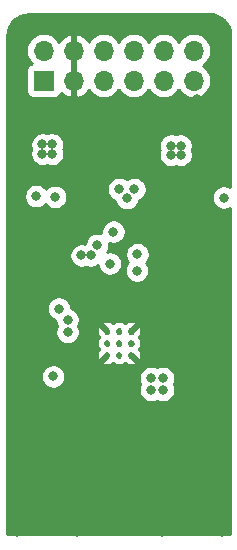
<source format=gbr>
G04 #@! TF.GenerationSoftware,KiCad,Pcbnew,5.1.2*
G04 #@! TF.CreationDate,2019-05-07T22:25:54+02:00*
G04 #@! TF.ProjectId,SX1257_pmod,53583132-3537-45f7-906d-6f642e6b6963,rev?*
G04 #@! TF.SameCoordinates,Original*
G04 #@! TF.FileFunction,Copper,L2,Inr*
G04 #@! TF.FilePolarity,Positive*
%FSLAX46Y46*%
G04 Gerber Fmt 4.6, Leading zero omitted, Abs format (unit mm)*
G04 Created by KiCad (PCBNEW 5.1.2) date 2019-05-07 22:25:54*
%MOMM*%
%LPD*%
G04 APERTURE LIST*
%ADD10O,1.700000X1.700000*%
%ADD11R,1.700000X1.700000*%
%ADD12C,0.500000*%
%ADD13C,0.800000*%
%ADD14C,0.254000*%
G04 APERTURE END LIST*
D10*
X130810000Y-26670000D03*
X130810000Y-29210000D03*
X128270000Y-26670000D03*
X128270000Y-29210000D03*
X125730000Y-26670000D03*
X125730000Y-29210000D03*
X123190000Y-26670000D03*
X123190000Y-29210000D03*
X120650000Y-26670000D03*
X120650000Y-29210000D03*
X118110000Y-26670000D03*
D11*
X118110000Y-29210000D03*
D12*
X123460000Y-50435000D03*
X124460000Y-50435000D03*
X125460000Y-50435000D03*
X123460000Y-51435000D03*
X124460000Y-51435000D03*
X125460000Y-51435000D03*
X123460000Y-52435000D03*
X124460000Y-52435000D03*
X125460000Y-52435000D03*
D13*
X130344547Y-39749810D03*
X115697000Y-47371000D03*
X123444000Y-58293000D03*
X115697000Y-57277000D03*
X133159500Y-67437000D03*
X133159500Y-66167000D03*
X133159500Y-63627000D03*
X133159500Y-64897000D03*
X128079500Y-67437000D03*
X128079500Y-66167000D03*
X128079500Y-64897000D03*
X128079500Y-63627000D03*
X115824000Y-66167000D03*
X115824000Y-63627000D03*
X115824000Y-67437000D03*
X115824000Y-64897000D03*
X119634000Y-46736000D03*
X119634000Y-45212000D03*
X120904000Y-66167000D03*
X120904000Y-63627000D03*
X120904000Y-67437000D03*
X120904000Y-64897000D03*
X129540000Y-30734000D03*
X131064000Y-30734000D03*
X115697000Y-43180000D03*
X119400000Y-40999996D03*
X118700000Y-41650000D03*
X118900000Y-55800000D03*
X129335233Y-49889663D03*
X132300000Y-54400000D03*
X132300000Y-55800000D03*
X132300000Y-57300000D03*
X132300000Y-48800000D03*
X132800000Y-47300000D03*
X132800000Y-51700000D03*
X133350000Y-39116000D03*
X119061456Y-39040990D03*
X121300000Y-44000000D03*
X122100000Y-44000000D03*
X118000000Y-34600000D03*
X118800000Y-34600000D03*
X118800000Y-35400000D03*
X118000000Y-35400000D03*
X128900000Y-35500000D03*
X129700000Y-35500000D03*
X128900000Y-34700000D03*
X129700000Y-34700000D03*
X118900000Y-54250000D03*
X128200000Y-54400000D03*
X128200000Y-55400000D03*
X127200000Y-55400000D03*
X127200000Y-54400000D03*
X120130015Y-50508334D03*
X125784321Y-38389560D03*
X125150000Y-39149998D03*
X120125090Y-49450000D03*
X119380000Y-48514000D03*
X117475000Y-38988996D03*
X124000000Y-42000000D03*
X124491948Y-38388429D03*
X126000000Y-45300000D03*
X122639299Y-43114988D03*
X126029700Y-43900000D03*
X123700000Y-44700000D03*
D14*
G36*
X132434785Y-23608191D02*
G01*
X132776060Y-23711228D01*
X133090822Y-23878590D01*
X133367083Y-24103903D01*
X133594317Y-24378582D01*
X133763870Y-24692164D01*
X133869286Y-25032708D01*
X133910001Y-25420082D01*
X133910001Y-38245397D01*
X133840256Y-38198795D01*
X133651898Y-38120774D01*
X133451939Y-38081000D01*
X133248061Y-38081000D01*
X133048102Y-38120774D01*
X132859744Y-38198795D01*
X132690226Y-38312063D01*
X132546063Y-38456226D01*
X132432795Y-38625744D01*
X132354774Y-38814102D01*
X132315000Y-39014061D01*
X132315000Y-39217939D01*
X132354774Y-39417898D01*
X132432795Y-39606256D01*
X132546063Y-39775774D01*
X132690226Y-39919937D01*
X132859744Y-40033205D01*
X133048102Y-40111226D01*
X133248061Y-40151000D01*
X133451939Y-40151000D01*
X133651898Y-40111226D01*
X133840256Y-40033205D01*
X133910001Y-39986603D01*
X133910000Y-67616000D01*
X115010000Y-67616000D01*
X115010000Y-54148061D01*
X117865000Y-54148061D01*
X117865000Y-54351939D01*
X117904774Y-54551898D01*
X117982795Y-54740256D01*
X118096063Y-54909774D01*
X118240226Y-55053937D01*
X118409744Y-55167205D01*
X118598102Y-55245226D01*
X118798061Y-55285000D01*
X119001939Y-55285000D01*
X119201898Y-55245226D01*
X119390256Y-55167205D01*
X119559774Y-55053937D01*
X119703937Y-54909774D01*
X119817205Y-54740256D01*
X119895226Y-54551898D01*
X119935000Y-54351939D01*
X119935000Y-54298061D01*
X126165000Y-54298061D01*
X126165000Y-54501939D01*
X126204774Y-54701898D01*
X126282795Y-54890256D01*
X126289306Y-54900000D01*
X126282795Y-54909744D01*
X126204774Y-55098102D01*
X126165000Y-55298061D01*
X126165000Y-55501939D01*
X126204774Y-55701898D01*
X126282795Y-55890256D01*
X126396063Y-56059774D01*
X126540226Y-56203937D01*
X126709744Y-56317205D01*
X126898102Y-56395226D01*
X127098061Y-56435000D01*
X127301939Y-56435000D01*
X127501898Y-56395226D01*
X127690256Y-56317205D01*
X127700000Y-56310694D01*
X127709744Y-56317205D01*
X127898102Y-56395226D01*
X128098061Y-56435000D01*
X128301939Y-56435000D01*
X128501898Y-56395226D01*
X128690256Y-56317205D01*
X128859774Y-56203937D01*
X129003937Y-56059774D01*
X129117205Y-55890256D01*
X129195226Y-55701898D01*
X129235000Y-55501939D01*
X129235000Y-55298061D01*
X129195226Y-55098102D01*
X129117205Y-54909744D01*
X129110694Y-54900000D01*
X129117205Y-54890256D01*
X129195226Y-54701898D01*
X129235000Y-54501939D01*
X129235000Y-54298061D01*
X129195226Y-54098102D01*
X129117205Y-53909744D01*
X129003937Y-53740226D01*
X128859774Y-53596063D01*
X128690256Y-53482795D01*
X128501898Y-53404774D01*
X128301939Y-53365000D01*
X128098061Y-53365000D01*
X127898102Y-53404774D01*
X127709744Y-53482795D01*
X127700000Y-53489306D01*
X127690256Y-53482795D01*
X127501898Y-53404774D01*
X127301939Y-53365000D01*
X127098061Y-53365000D01*
X126898102Y-53404774D01*
X126709744Y-53482795D01*
X126540226Y-53596063D01*
X126396063Y-53740226D01*
X126282795Y-53909744D01*
X126204774Y-54098102D01*
X126165000Y-54298061D01*
X119935000Y-54298061D01*
X119935000Y-54148061D01*
X119895226Y-53948102D01*
X119817205Y-53759744D01*
X119703937Y-53590226D01*
X119559774Y-53446063D01*
X119390256Y-53332795D01*
X119201898Y-53254774D01*
X119001939Y-53215000D01*
X118798061Y-53215000D01*
X118598102Y-53254774D01*
X118409744Y-53332795D01*
X118240226Y-53446063D01*
X118096063Y-53590226D01*
X117982795Y-53759744D01*
X117904774Y-53948102D01*
X117865000Y-54148061D01*
X115010000Y-54148061D01*
X115010000Y-48412061D01*
X118345000Y-48412061D01*
X118345000Y-48615939D01*
X118384774Y-48815898D01*
X118462795Y-49004256D01*
X118576063Y-49173774D01*
X118720226Y-49317937D01*
X118889744Y-49431205D01*
X119078102Y-49509226D01*
X119090090Y-49511611D01*
X119090090Y-49551939D01*
X119129864Y-49751898D01*
X119207885Y-49940256D01*
X119236347Y-49982852D01*
X119212810Y-50018078D01*
X119134789Y-50206436D01*
X119095015Y-50406395D01*
X119095015Y-50610273D01*
X119134789Y-50810232D01*
X119212810Y-50998590D01*
X119326078Y-51168108D01*
X119470241Y-51312271D01*
X119639759Y-51425539D01*
X119828117Y-51503560D01*
X120028076Y-51543334D01*
X120231954Y-51543334D01*
X120431913Y-51503560D01*
X120620271Y-51425539D01*
X120789789Y-51312271D01*
X120933952Y-51168108D01*
X121047220Y-50998590D01*
X121125241Y-50810232D01*
X121165015Y-50610273D01*
X121165015Y-50406395D01*
X121153599Y-50348998D01*
X122574887Y-50348998D01*
X122575116Y-50523328D01*
X122609351Y-50694264D01*
X122675173Y-50853174D01*
X122782755Y-50855479D01*
X122741813Y-50896421D01*
X122780392Y-50935000D01*
X122741813Y-50973579D01*
X122782755Y-51014521D01*
X122675173Y-51016826D01*
X122608672Y-51177974D01*
X122574887Y-51348998D01*
X122575116Y-51523328D01*
X122609351Y-51694264D01*
X122675173Y-51853174D01*
X122782755Y-51855479D01*
X122741813Y-51896421D01*
X122780392Y-51935000D01*
X122741813Y-51973579D01*
X122782755Y-52014521D01*
X122675173Y-52016826D01*
X122608672Y-52177974D01*
X122574887Y-52348998D01*
X122575116Y-52523328D01*
X122609351Y-52694264D01*
X122675173Y-52853174D01*
X122863836Y-52857216D01*
X123286052Y-52435000D01*
X123269081Y-52418029D01*
X123368152Y-52318958D01*
X123373998Y-52320113D01*
X123548328Y-52319884D01*
X123552032Y-52319142D01*
X123576042Y-52343152D01*
X123574887Y-52348998D01*
X123575116Y-52523328D01*
X123575858Y-52527032D01*
X123476971Y-52625919D01*
X123460000Y-52608948D01*
X123037784Y-53031164D01*
X123041826Y-53219827D01*
X123202974Y-53286328D01*
X123373998Y-53320113D01*
X123548328Y-53319884D01*
X123719264Y-53285649D01*
X123878174Y-53219827D01*
X123880479Y-53112245D01*
X123921421Y-53153187D01*
X123960000Y-53114608D01*
X123998579Y-53153187D01*
X124039521Y-53112245D01*
X124041826Y-53219827D01*
X124202974Y-53286328D01*
X124373998Y-53320113D01*
X124548328Y-53319884D01*
X124719264Y-53285649D01*
X124878174Y-53219827D01*
X124880479Y-53112245D01*
X124921421Y-53153187D01*
X124960000Y-53114608D01*
X124998579Y-53153187D01*
X125039521Y-53112245D01*
X125041826Y-53219827D01*
X125202974Y-53286328D01*
X125373998Y-53320113D01*
X125548328Y-53319884D01*
X125719264Y-53285649D01*
X125878174Y-53219827D01*
X125882216Y-53031164D01*
X125460000Y-52608948D01*
X125443029Y-52625919D01*
X125343958Y-52526848D01*
X125345113Y-52521002D01*
X125344884Y-52346672D01*
X125344142Y-52342968D01*
X125368152Y-52318958D01*
X125373998Y-52320113D01*
X125548328Y-52319884D01*
X125552032Y-52319142D01*
X125650919Y-52418029D01*
X125633948Y-52435000D01*
X126056164Y-52857216D01*
X126244827Y-52853174D01*
X126311328Y-52692026D01*
X126345113Y-52521002D01*
X126344884Y-52346672D01*
X126310649Y-52175736D01*
X126244827Y-52016826D01*
X126137245Y-52014521D01*
X126178187Y-51973579D01*
X126139608Y-51935000D01*
X126178187Y-51896421D01*
X126137245Y-51855479D01*
X126244827Y-51853174D01*
X126311328Y-51692026D01*
X126345113Y-51521002D01*
X126344884Y-51346672D01*
X126310649Y-51175736D01*
X126244827Y-51016826D01*
X126137245Y-51014521D01*
X126178187Y-50973579D01*
X126139608Y-50935000D01*
X126178187Y-50896421D01*
X126137245Y-50855479D01*
X126244827Y-50853174D01*
X126311328Y-50692026D01*
X126345113Y-50521002D01*
X126344884Y-50346672D01*
X126310649Y-50175736D01*
X126244827Y-50016826D01*
X126056164Y-50012784D01*
X125633948Y-50435000D01*
X125650919Y-50451971D01*
X125551848Y-50551042D01*
X125546002Y-50549887D01*
X125371672Y-50550116D01*
X125367968Y-50550858D01*
X125343958Y-50526848D01*
X125345113Y-50521002D01*
X125344884Y-50346672D01*
X125344142Y-50342968D01*
X125443029Y-50244081D01*
X125460000Y-50261052D01*
X125882216Y-49838836D01*
X125878174Y-49650173D01*
X125717026Y-49583672D01*
X125546002Y-49549887D01*
X125371672Y-49550116D01*
X125200736Y-49584351D01*
X125041826Y-49650173D01*
X125039521Y-49757755D01*
X124998579Y-49716813D01*
X124960000Y-49755392D01*
X124921421Y-49716813D01*
X124880479Y-49757755D01*
X124878174Y-49650173D01*
X124717026Y-49583672D01*
X124546002Y-49549887D01*
X124371672Y-49550116D01*
X124200736Y-49584351D01*
X124041826Y-49650173D01*
X124039521Y-49757755D01*
X123998579Y-49716813D01*
X123960000Y-49755392D01*
X123921421Y-49716813D01*
X123880479Y-49757755D01*
X123878174Y-49650173D01*
X123717026Y-49583672D01*
X123546002Y-49549887D01*
X123371672Y-49550116D01*
X123200736Y-49584351D01*
X123041826Y-49650173D01*
X123037784Y-49838836D01*
X123460000Y-50261052D01*
X123476971Y-50244081D01*
X123576042Y-50343152D01*
X123574887Y-50348998D01*
X123575116Y-50523328D01*
X123575858Y-50527032D01*
X123551848Y-50551042D01*
X123546002Y-50549887D01*
X123371672Y-50550116D01*
X123367968Y-50550858D01*
X123269081Y-50451971D01*
X123286052Y-50435000D01*
X122863836Y-50012784D01*
X122675173Y-50016826D01*
X122608672Y-50177974D01*
X122574887Y-50348998D01*
X121153599Y-50348998D01*
X121125241Y-50206436D01*
X121047220Y-50018078D01*
X121018758Y-49975482D01*
X121042295Y-49940256D01*
X121120316Y-49751898D01*
X121160090Y-49551939D01*
X121160090Y-49348061D01*
X121120316Y-49148102D01*
X121042295Y-48959744D01*
X120929027Y-48790226D01*
X120784864Y-48646063D01*
X120615346Y-48532795D01*
X120426988Y-48454774D01*
X120415000Y-48452389D01*
X120415000Y-48412061D01*
X120375226Y-48212102D01*
X120297205Y-48023744D01*
X120183937Y-47854226D01*
X120039774Y-47710063D01*
X119870256Y-47596795D01*
X119681898Y-47518774D01*
X119481939Y-47479000D01*
X119278061Y-47479000D01*
X119078102Y-47518774D01*
X118889744Y-47596795D01*
X118720226Y-47710063D01*
X118576063Y-47854226D01*
X118462795Y-48023744D01*
X118384774Y-48212102D01*
X118345000Y-48412061D01*
X115010000Y-48412061D01*
X115010000Y-43898061D01*
X120265000Y-43898061D01*
X120265000Y-44101939D01*
X120304774Y-44301898D01*
X120382795Y-44490256D01*
X120496063Y-44659774D01*
X120640226Y-44803937D01*
X120809744Y-44917205D01*
X120998102Y-44995226D01*
X121198061Y-45035000D01*
X121401939Y-45035000D01*
X121601898Y-44995226D01*
X121700000Y-44954591D01*
X121798102Y-44995226D01*
X121998061Y-45035000D01*
X122201939Y-45035000D01*
X122401898Y-44995226D01*
X122590256Y-44917205D01*
X122676469Y-44859599D01*
X122704774Y-45001898D01*
X122782795Y-45190256D01*
X122896063Y-45359774D01*
X123040226Y-45503937D01*
X123209744Y-45617205D01*
X123398102Y-45695226D01*
X123598061Y-45735000D01*
X123801939Y-45735000D01*
X124001898Y-45695226D01*
X124190256Y-45617205D01*
X124359774Y-45503937D01*
X124503937Y-45359774D01*
X124611989Y-45198061D01*
X124965000Y-45198061D01*
X124965000Y-45401939D01*
X125004774Y-45601898D01*
X125082795Y-45790256D01*
X125196063Y-45959774D01*
X125340226Y-46103937D01*
X125509744Y-46217205D01*
X125698102Y-46295226D01*
X125898061Y-46335000D01*
X126101939Y-46335000D01*
X126301898Y-46295226D01*
X126490256Y-46217205D01*
X126659774Y-46103937D01*
X126803937Y-45959774D01*
X126917205Y-45790256D01*
X126995226Y-45601898D01*
X127035000Y-45401939D01*
X127035000Y-45198061D01*
X126995226Y-44998102D01*
X126917205Y-44809744D01*
X126803937Y-44640226D01*
X126778561Y-44614850D01*
X126833637Y-44559774D01*
X126946905Y-44390256D01*
X127024926Y-44201898D01*
X127064700Y-44001939D01*
X127064700Y-43798061D01*
X127024926Y-43598102D01*
X126946905Y-43409744D01*
X126833637Y-43240226D01*
X126689474Y-43096063D01*
X126519956Y-42982795D01*
X126331598Y-42904774D01*
X126131639Y-42865000D01*
X125927761Y-42865000D01*
X125727802Y-42904774D01*
X125539444Y-42982795D01*
X125369926Y-43096063D01*
X125225763Y-43240226D01*
X125112495Y-43409744D01*
X125034474Y-43598102D01*
X124994700Y-43798061D01*
X124994700Y-44001939D01*
X125034474Y-44201898D01*
X125112495Y-44390256D01*
X125225763Y-44559774D01*
X125251139Y-44585150D01*
X125196063Y-44640226D01*
X125082795Y-44809744D01*
X125004774Y-44998102D01*
X124965000Y-45198061D01*
X124611989Y-45198061D01*
X124617205Y-45190256D01*
X124695226Y-45001898D01*
X124735000Y-44801939D01*
X124735000Y-44598061D01*
X124695226Y-44398102D01*
X124617205Y-44209744D01*
X124503937Y-44040226D01*
X124359774Y-43896063D01*
X124190256Y-43782795D01*
X124001898Y-43704774D01*
X123801939Y-43665000D01*
X123598061Y-43665000D01*
X123504087Y-43683693D01*
X123556504Y-43605244D01*
X123634525Y-43416886D01*
X123674299Y-43216927D01*
X123674299Y-43013049D01*
X123668298Y-42982881D01*
X123698102Y-42995226D01*
X123898061Y-43035000D01*
X124101939Y-43035000D01*
X124301898Y-42995226D01*
X124490256Y-42917205D01*
X124659774Y-42803937D01*
X124803937Y-42659774D01*
X124917205Y-42490256D01*
X124995226Y-42301898D01*
X125035000Y-42101939D01*
X125035000Y-41898061D01*
X124995226Y-41698102D01*
X124917205Y-41509744D01*
X124803937Y-41340226D01*
X124659774Y-41196063D01*
X124490256Y-41082795D01*
X124301898Y-41004774D01*
X124101939Y-40965000D01*
X123898061Y-40965000D01*
X123698102Y-41004774D01*
X123509744Y-41082795D01*
X123340226Y-41196063D01*
X123196063Y-41340226D01*
X123082795Y-41509744D01*
X123004774Y-41698102D01*
X122965000Y-41898061D01*
X122965000Y-42101939D01*
X122971001Y-42132107D01*
X122941197Y-42119762D01*
X122741238Y-42079988D01*
X122537360Y-42079988D01*
X122337401Y-42119762D01*
X122149043Y-42197783D01*
X121979525Y-42311051D01*
X121835362Y-42455214D01*
X121722094Y-42624732D01*
X121644073Y-42813090D01*
X121605637Y-43006323D01*
X121601898Y-43004774D01*
X121401939Y-42965000D01*
X121198061Y-42965000D01*
X120998102Y-43004774D01*
X120809744Y-43082795D01*
X120640226Y-43196063D01*
X120496063Y-43340226D01*
X120382795Y-43509744D01*
X120304774Y-43698102D01*
X120265000Y-43898061D01*
X115010000Y-43898061D01*
X115010000Y-38887057D01*
X116440000Y-38887057D01*
X116440000Y-39090935D01*
X116479774Y-39290894D01*
X116557795Y-39479252D01*
X116671063Y-39648770D01*
X116815226Y-39792933D01*
X116984744Y-39906201D01*
X117173102Y-39984222D01*
X117373061Y-40023996D01*
X117576939Y-40023996D01*
X117776898Y-39984222D01*
X117965256Y-39906201D01*
X118134774Y-39792933D01*
X118245272Y-39682435D01*
X118257519Y-39700764D01*
X118401682Y-39844927D01*
X118571200Y-39958195D01*
X118759558Y-40036216D01*
X118959517Y-40075990D01*
X119163395Y-40075990D01*
X119363354Y-40036216D01*
X119551712Y-39958195D01*
X119721230Y-39844927D01*
X119865393Y-39700764D01*
X119978661Y-39531246D01*
X120056682Y-39342888D01*
X120096456Y-39142929D01*
X120096456Y-38939051D01*
X120056682Y-38739092D01*
X119978661Y-38550734D01*
X119865393Y-38381216D01*
X119770667Y-38286490D01*
X123456948Y-38286490D01*
X123456948Y-38490368D01*
X123496722Y-38690327D01*
X123574743Y-38878685D01*
X123688011Y-39048203D01*
X123832174Y-39192366D01*
X124001692Y-39305634D01*
X124136814Y-39361604D01*
X124154774Y-39451896D01*
X124232795Y-39640254D01*
X124346063Y-39809772D01*
X124490226Y-39953935D01*
X124659744Y-40067203D01*
X124848102Y-40145224D01*
X125048061Y-40184998D01*
X125251939Y-40184998D01*
X125451898Y-40145224D01*
X125640256Y-40067203D01*
X125809774Y-39953935D01*
X125953937Y-39809772D01*
X126067205Y-39640254D01*
X126145226Y-39451896D01*
X126165072Y-39352124D01*
X126274577Y-39306765D01*
X126444095Y-39193497D01*
X126588258Y-39049334D01*
X126701526Y-38879816D01*
X126779547Y-38691458D01*
X126819321Y-38491499D01*
X126819321Y-38287621D01*
X126779547Y-38087662D01*
X126701526Y-37899304D01*
X126588258Y-37729786D01*
X126444095Y-37585623D01*
X126274577Y-37472355D01*
X126086219Y-37394334D01*
X125886260Y-37354560D01*
X125682382Y-37354560D01*
X125482423Y-37394334D01*
X125294065Y-37472355D01*
X125138981Y-37575979D01*
X124982204Y-37471224D01*
X124793846Y-37393203D01*
X124593887Y-37353429D01*
X124390009Y-37353429D01*
X124190050Y-37393203D01*
X124001692Y-37471224D01*
X123832174Y-37584492D01*
X123688011Y-37728655D01*
X123574743Y-37898173D01*
X123496722Y-38086531D01*
X123456948Y-38286490D01*
X119770667Y-38286490D01*
X119721230Y-38237053D01*
X119551712Y-38123785D01*
X119363354Y-38045764D01*
X119163395Y-38005990D01*
X118959517Y-38005990D01*
X118759558Y-38045764D01*
X118571200Y-38123785D01*
X118401682Y-38237053D01*
X118291184Y-38347551D01*
X118278937Y-38329222D01*
X118134774Y-38185059D01*
X117965256Y-38071791D01*
X117776898Y-37993770D01*
X117576939Y-37953996D01*
X117373061Y-37953996D01*
X117173102Y-37993770D01*
X116984744Y-38071791D01*
X116815226Y-38185059D01*
X116671063Y-38329222D01*
X116557795Y-38498740D01*
X116479774Y-38687098D01*
X116440000Y-38887057D01*
X115010000Y-38887057D01*
X115010000Y-34498061D01*
X116965000Y-34498061D01*
X116965000Y-34701939D01*
X117004774Y-34901898D01*
X117045409Y-35000000D01*
X117004774Y-35098102D01*
X116965000Y-35298061D01*
X116965000Y-35501939D01*
X117004774Y-35701898D01*
X117082795Y-35890256D01*
X117196063Y-36059774D01*
X117340226Y-36203937D01*
X117509744Y-36317205D01*
X117698102Y-36395226D01*
X117898061Y-36435000D01*
X118101939Y-36435000D01*
X118301898Y-36395226D01*
X118400000Y-36354591D01*
X118498102Y-36395226D01*
X118698061Y-36435000D01*
X118901939Y-36435000D01*
X119101898Y-36395226D01*
X119290256Y-36317205D01*
X119459774Y-36203937D01*
X119603937Y-36059774D01*
X119717205Y-35890256D01*
X119795226Y-35701898D01*
X119835000Y-35501939D01*
X119835000Y-35298061D01*
X119795226Y-35098102D01*
X119754591Y-35000000D01*
X119795226Y-34901898D01*
X119835000Y-34701939D01*
X119835000Y-34598061D01*
X127865000Y-34598061D01*
X127865000Y-34801939D01*
X127904774Y-35001898D01*
X127945409Y-35100000D01*
X127904774Y-35198102D01*
X127865000Y-35398061D01*
X127865000Y-35601939D01*
X127904774Y-35801898D01*
X127982795Y-35990256D01*
X128096063Y-36159774D01*
X128240226Y-36303937D01*
X128409744Y-36417205D01*
X128598102Y-36495226D01*
X128798061Y-36535000D01*
X129001939Y-36535000D01*
X129201898Y-36495226D01*
X129300000Y-36454591D01*
X129398102Y-36495226D01*
X129598061Y-36535000D01*
X129801939Y-36535000D01*
X130001898Y-36495226D01*
X130190256Y-36417205D01*
X130359774Y-36303937D01*
X130503937Y-36159774D01*
X130617205Y-35990256D01*
X130695226Y-35801898D01*
X130735000Y-35601939D01*
X130735000Y-35398061D01*
X130695226Y-35198102D01*
X130654591Y-35100000D01*
X130695226Y-35001898D01*
X130735000Y-34801939D01*
X130735000Y-34598061D01*
X130695226Y-34398102D01*
X130617205Y-34209744D01*
X130503937Y-34040226D01*
X130359774Y-33896063D01*
X130190256Y-33782795D01*
X130001898Y-33704774D01*
X129801939Y-33665000D01*
X129598061Y-33665000D01*
X129398102Y-33704774D01*
X129300000Y-33745409D01*
X129201898Y-33704774D01*
X129001939Y-33665000D01*
X128798061Y-33665000D01*
X128598102Y-33704774D01*
X128409744Y-33782795D01*
X128240226Y-33896063D01*
X128096063Y-34040226D01*
X127982795Y-34209744D01*
X127904774Y-34398102D01*
X127865000Y-34598061D01*
X119835000Y-34598061D01*
X119835000Y-34498061D01*
X119795226Y-34298102D01*
X119717205Y-34109744D01*
X119603937Y-33940226D01*
X119459774Y-33796063D01*
X119290256Y-33682795D01*
X119101898Y-33604774D01*
X118901939Y-33565000D01*
X118698061Y-33565000D01*
X118498102Y-33604774D01*
X118400000Y-33645409D01*
X118301898Y-33604774D01*
X118101939Y-33565000D01*
X117898061Y-33565000D01*
X117698102Y-33604774D01*
X117509744Y-33682795D01*
X117340226Y-33796063D01*
X117196063Y-33940226D01*
X117082795Y-34109744D01*
X117004774Y-34298102D01*
X116965000Y-34498061D01*
X115010000Y-34498061D01*
X115010000Y-26670000D01*
X116617815Y-26670000D01*
X116646487Y-26961111D01*
X116731401Y-27241034D01*
X116869294Y-27499014D01*
X117054866Y-27725134D01*
X117084687Y-27749607D01*
X117015820Y-27770498D01*
X116905506Y-27829463D01*
X116808815Y-27908815D01*
X116729463Y-28005506D01*
X116670498Y-28115820D01*
X116634188Y-28235518D01*
X116621928Y-28360000D01*
X116621928Y-30060000D01*
X116634188Y-30184482D01*
X116670498Y-30304180D01*
X116729463Y-30414494D01*
X116808815Y-30511185D01*
X116905506Y-30590537D01*
X117015820Y-30649502D01*
X117135518Y-30685812D01*
X117260000Y-30698072D01*
X118960000Y-30698072D01*
X119084482Y-30685812D01*
X119204180Y-30649502D01*
X119314494Y-30590537D01*
X119411185Y-30511185D01*
X119490537Y-30414494D01*
X119549502Y-30304180D01*
X119573966Y-30223534D01*
X119649731Y-30307588D01*
X119883080Y-30481641D01*
X120145901Y-30606825D01*
X120293110Y-30651476D01*
X120523000Y-30530155D01*
X120523000Y-29337000D01*
X120503000Y-29337000D01*
X120503000Y-29083000D01*
X120523000Y-29083000D01*
X120523000Y-26797000D01*
X120503000Y-26797000D01*
X120503000Y-26543000D01*
X120523000Y-26543000D01*
X120523000Y-25349845D01*
X120777000Y-25349845D01*
X120777000Y-26543000D01*
X120797000Y-26543000D01*
X120797000Y-26797000D01*
X120777000Y-26797000D01*
X120777000Y-29083000D01*
X120797000Y-29083000D01*
X120797000Y-29337000D01*
X120777000Y-29337000D01*
X120777000Y-30530155D01*
X121006890Y-30651476D01*
X121154099Y-30606825D01*
X121416920Y-30481641D01*
X121650269Y-30307588D01*
X121845178Y-30091355D01*
X121914799Y-29974477D01*
X121949294Y-30039014D01*
X122134866Y-30265134D01*
X122360986Y-30450706D01*
X122618966Y-30588599D01*
X122898889Y-30673513D01*
X123117050Y-30695000D01*
X123262950Y-30695000D01*
X123481111Y-30673513D01*
X123761034Y-30588599D01*
X124019014Y-30450706D01*
X124245134Y-30265134D01*
X124430706Y-30039014D01*
X124460000Y-29984209D01*
X124489294Y-30039014D01*
X124674866Y-30265134D01*
X124900986Y-30450706D01*
X125158966Y-30588599D01*
X125438889Y-30673513D01*
X125657050Y-30695000D01*
X125802950Y-30695000D01*
X126021111Y-30673513D01*
X126301034Y-30588599D01*
X126559014Y-30450706D01*
X126785134Y-30265134D01*
X126970706Y-30039014D01*
X127000000Y-29984209D01*
X127029294Y-30039014D01*
X127214866Y-30265134D01*
X127440986Y-30450706D01*
X127698966Y-30588599D01*
X127978889Y-30673513D01*
X128197050Y-30695000D01*
X128342950Y-30695000D01*
X128561111Y-30673513D01*
X128841034Y-30588599D01*
X129099014Y-30450706D01*
X129325134Y-30265134D01*
X129510706Y-30039014D01*
X129540000Y-29984209D01*
X129569294Y-30039014D01*
X129754866Y-30265134D01*
X129980986Y-30450706D01*
X130238966Y-30588599D01*
X130518889Y-30673513D01*
X130737050Y-30695000D01*
X130882950Y-30695000D01*
X131101111Y-30673513D01*
X131381034Y-30588599D01*
X131639014Y-30450706D01*
X131865134Y-30265134D01*
X132050706Y-30039014D01*
X132188599Y-29781034D01*
X132273513Y-29501111D01*
X132302185Y-29210000D01*
X132273513Y-28918889D01*
X132188599Y-28638966D01*
X132050706Y-28380986D01*
X131865134Y-28154866D01*
X131639014Y-27969294D01*
X131584209Y-27940000D01*
X131639014Y-27910706D01*
X131865134Y-27725134D01*
X132050706Y-27499014D01*
X132188599Y-27241034D01*
X132273513Y-26961111D01*
X132302185Y-26670000D01*
X132273513Y-26378889D01*
X132188599Y-26098966D01*
X132050706Y-25840986D01*
X131865134Y-25614866D01*
X131639014Y-25429294D01*
X131381034Y-25291401D01*
X131101111Y-25206487D01*
X130882950Y-25185000D01*
X130737050Y-25185000D01*
X130518889Y-25206487D01*
X130238966Y-25291401D01*
X129980986Y-25429294D01*
X129754866Y-25614866D01*
X129569294Y-25840986D01*
X129540000Y-25895791D01*
X129510706Y-25840986D01*
X129325134Y-25614866D01*
X129099014Y-25429294D01*
X128841034Y-25291401D01*
X128561111Y-25206487D01*
X128342950Y-25185000D01*
X128197050Y-25185000D01*
X127978889Y-25206487D01*
X127698966Y-25291401D01*
X127440986Y-25429294D01*
X127214866Y-25614866D01*
X127029294Y-25840986D01*
X127000000Y-25895791D01*
X126970706Y-25840986D01*
X126785134Y-25614866D01*
X126559014Y-25429294D01*
X126301034Y-25291401D01*
X126021111Y-25206487D01*
X125802950Y-25185000D01*
X125657050Y-25185000D01*
X125438889Y-25206487D01*
X125158966Y-25291401D01*
X124900986Y-25429294D01*
X124674866Y-25614866D01*
X124489294Y-25840986D01*
X124460000Y-25895791D01*
X124430706Y-25840986D01*
X124245134Y-25614866D01*
X124019014Y-25429294D01*
X123761034Y-25291401D01*
X123481111Y-25206487D01*
X123262950Y-25185000D01*
X123117050Y-25185000D01*
X122898889Y-25206487D01*
X122618966Y-25291401D01*
X122360986Y-25429294D01*
X122134866Y-25614866D01*
X121949294Y-25840986D01*
X121914799Y-25905523D01*
X121845178Y-25788645D01*
X121650269Y-25572412D01*
X121416920Y-25398359D01*
X121154099Y-25273175D01*
X121006890Y-25228524D01*
X120777000Y-25349845D01*
X120523000Y-25349845D01*
X120293110Y-25228524D01*
X120145901Y-25273175D01*
X119883080Y-25398359D01*
X119649731Y-25572412D01*
X119454822Y-25788645D01*
X119385201Y-25905523D01*
X119350706Y-25840986D01*
X119165134Y-25614866D01*
X118939014Y-25429294D01*
X118681034Y-25291401D01*
X118401111Y-25206487D01*
X118182950Y-25185000D01*
X118037050Y-25185000D01*
X117818889Y-25206487D01*
X117538966Y-25291401D01*
X117280986Y-25429294D01*
X117054866Y-25614866D01*
X116869294Y-25840986D01*
X116731401Y-26098966D01*
X116646487Y-26378889D01*
X116617815Y-26670000D01*
X115010000Y-26670000D01*
X115010000Y-25434720D01*
X115048191Y-25045215D01*
X115151228Y-24703940D01*
X115318590Y-24389178D01*
X115543903Y-24112917D01*
X115818582Y-23885683D01*
X116132164Y-23716130D01*
X116472708Y-23610714D01*
X116860072Y-23570000D01*
X132045280Y-23570000D01*
X132434785Y-23608191D01*
X132434785Y-23608191D01*
G37*
X132434785Y-23608191D02*
X132776060Y-23711228D01*
X133090822Y-23878590D01*
X133367083Y-24103903D01*
X133594317Y-24378582D01*
X133763870Y-24692164D01*
X133869286Y-25032708D01*
X133910001Y-25420082D01*
X133910001Y-38245397D01*
X133840256Y-38198795D01*
X133651898Y-38120774D01*
X133451939Y-38081000D01*
X133248061Y-38081000D01*
X133048102Y-38120774D01*
X132859744Y-38198795D01*
X132690226Y-38312063D01*
X132546063Y-38456226D01*
X132432795Y-38625744D01*
X132354774Y-38814102D01*
X132315000Y-39014061D01*
X132315000Y-39217939D01*
X132354774Y-39417898D01*
X132432795Y-39606256D01*
X132546063Y-39775774D01*
X132690226Y-39919937D01*
X132859744Y-40033205D01*
X133048102Y-40111226D01*
X133248061Y-40151000D01*
X133451939Y-40151000D01*
X133651898Y-40111226D01*
X133840256Y-40033205D01*
X133910001Y-39986603D01*
X133910000Y-67616000D01*
X115010000Y-67616000D01*
X115010000Y-54148061D01*
X117865000Y-54148061D01*
X117865000Y-54351939D01*
X117904774Y-54551898D01*
X117982795Y-54740256D01*
X118096063Y-54909774D01*
X118240226Y-55053937D01*
X118409744Y-55167205D01*
X118598102Y-55245226D01*
X118798061Y-55285000D01*
X119001939Y-55285000D01*
X119201898Y-55245226D01*
X119390256Y-55167205D01*
X119559774Y-55053937D01*
X119703937Y-54909774D01*
X119817205Y-54740256D01*
X119895226Y-54551898D01*
X119935000Y-54351939D01*
X119935000Y-54298061D01*
X126165000Y-54298061D01*
X126165000Y-54501939D01*
X126204774Y-54701898D01*
X126282795Y-54890256D01*
X126289306Y-54900000D01*
X126282795Y-54909744D01*
X126204774Y-55098102D01*
X126165000Y-55298061D01*
X126165000Y-55501939D01*
X126204774Y-55701898D01*
X126282795Y-55890256D01*
X126396063Y-56059774D01*
X126540226Y-56203937D01*
X126709744Y-56317205D01*
X126898102Y-56395226D01*
X127098061Y-56435000D01*
X127301939Y-56435000D01*
X127501898Y-56395226D01*
X127690256Y-56317205D01*
X127700000Y-56310694D01*
X127709744Y-56317205D01*
X127898102Y-56395226D01*
X128098061Y-56435000D01*
X128301939Y-56435000D01*
X128501898Y-56395226D01*
X128690256Y-56317205D01*
X128859774Y-56203937D01*
X129003937Y-56059774D01*
X129117205Y-55890256D01*
X129195226Y-55701898D01*
X129235000Y-55501939D01*
X129235000Y-55298061D01*
X129195226Y-55098102D01*
X129117205Y-54909744D01*
X129110694Y-54900000D01*
X129117205Y-54890256D01*
X129195226Y-54701898D01*
X129235000Y-54501939D01*
X129235000Y-54298061D01*
X129195226Y-54098102D01*
X129117205Y-53909744D01*
X129003937Y-53740226D01*
X128859774Y-53596063D01*
X128690256Y-53482795D01*
X128501898Y-53404774D01*
X128301939Y-53365000D01*
X128098061Y-53365000D01*
X127898102Y-53404774D01*
X127709744Y-53482795D01*
X127700000Y-53489306D01*
X127690256Y-53482795D01*
X127501898Y-53404774D01*
X127301939Y-53365000D01*
X127098061Y-53365000D01*
X126898102Y-53404774D01*
X126709744Y-53482795D01*
X126540226Y-53596063D01*
X126396063Y-53740226D01*
X126282795Y-53909744D01*
X126204774Y-54098102D01*
X126165000Y-54298061D01*
X119935000Y-54298061D01*
X119935000Y-54148061D01*
X119895226Y-53948102D01*
X119817205Y-53759744D01*
X119703937Y-53590226D01*
X119559774Y-53446063D01*
X119390256Y-53332795D01*
X119201898Y-53254774D01*
X119001939Y-53215000D01*
X118798061Y-53215000D01*
X118598102Y-53254774D01*
X118409744Y-53332795D01*
X118240226Y-53446063D01*
X118096063Y-53590226D01*
X117982795Y-53759744D01*
X117904774Y-53948102D01*
X117865000Y-54148061D01*
X115010000Y-54148061D01*
X115010000Y-48412061D01*
X118345000Y-48412061D01*
X118345000Y-48615939D01*
X118384774Y-48815898D01*
X118462795Y-49004256D01*
X118576063Y-49173774D01*
X118720226Y-49317937D01*
X118889744Y-49431205D01*
X119078102Y-49509226D01*
X119090090Y-49511611D01*
X119090090Y-49551939D01*
X119129864Y-49751898D01*
X119207885Y-49940256D01*
X119236347Y-49982852D01*
X119212810Y-50018078D01*
X119134789Y-50206436D01*
X119095015Y-50406395D01*
X119095015Y-50610273D01*
X119134789Y-50810232D01*
X119212810Y-50998590D01*
X119326078Y-51168108D01*
X119470241Y-51312271D01*
X119639759Y-51425539D01*
X119828117Y-51503560D01*
X120028076Y-51543334D01*
X120231954Y-51543334D01*
X120431913Y-51503560D01*
X120620271Y-51425539D01*
X120789789Y-51312271D01*
X120933952Y-51168108D01*
X121047220Y-50998590D01*
X121125241Y-50810232D01*
X121165015Y-50610273D01*
X121165015Y-50406395D01*
X121153599Y-50348998D01*
X122574887Y-50348998D01*
X122575116Y-50523328D01*
X122609351Y-50694264D01*
X122675173Y-50853174D01*
X122782755Y-50855479D01*
X122741813Y-50896421D01*
X122780392Y-50935000D01*
X122741813Y-50973579D01*
X122782755Y-51014521D01*
X122675173Y-51016826D01*
X122608672Y-51177974D01*
X122574887Y-51348998D01*
X122575116Y-51523328D01*
X122609351Y-51694264D01*
X122675173Y-51853174D01*
X122782755Y-51855479D01*
X122741813Y-51896421D01*
X122780392Y-51935000D01*
X122741813Y-51973579D01*
X122782755Y-52014521D01*
X122675173Y-52016826D01*
X122608672Y-52177974D01*
X122574887Y-52348998D01*
X122575116Y-52523328D01*
X122609351Y-52694264D01*
X122675173Y-52853174D01*
X122863836Y-52857216D01*
X123286052Y-52435000D01*
X123269081Y-52418029D01*
X123368152Y-52318958D01*
X123373998Y-52320113D01*
X123548328Y-52319884D01*
X123552032Y-52319142D01*
X123576042Y-52343152D01*
X123574887Y-52348998D01*
X123575116Y-52523328D01*
X123575858Y-52527032D01*
X123476971Y-52625919D01*
X123460000Y-52608948D01*
X123037784Y-53031164D01*
X123041826Y-53219827D01*
X123202974Y-53286328D01*
X123373998Y-53320113D01*
X123548328Y-53319884D01*
X123719264Y-53285649D01*
X123878174Y-53219827D01*
X123880479Y-53112245D01*
X123921421Y-53153187D01*
X123960000Y-53114608D01*
X123998579Y-53153187D01*
X124039521Y-53112245D01*
X124041826Y-53219827D01*
X124202974Y-53286328D01*
X124373998Y-53320113D01*
X124548328Y-53319884D01*
X124719264Y-53285649D01*
X124878174Y-53219827D01*
X124880479Y-53112245D01*
X124921421Y-53153187D01*
X124960000Y-53114608D01*
X124998579Y-53153187D01*
X125039521Y-53112245D01*
X125041826Y-53219827D01*
X125202974Y-53286328D01*
X125373998Y-53320113D01*
X125548328Y-53319884D01*
X125719264Y-53285649D01*
X125878174Y-53219827D01*
X125882216Y-53031164D01*
X125460000Y-52608948D01*
X125443029Y-52625919D01*
X125343958Y-52526848D01*
X125345113Y-52521002D01*
X125344884Y-52346672D01*
X125344142Y-52342968D01*
X125368152Y-52318958D01*
X125373998Y-52320113D01*
X125548328Y-52319884D01*
X125552032Y-52319142D01*
X125650919Y-52418029D01*
X125633948Y-52435000D01*
X126056164Y-52857216D01*
X126244827Y-52853174D01*
X126311328Y-52692026D01*
X126345113Y-52521002D01*
X126344884Y-52346672D01*
X126310649Y-52175736D01*
X126244827Y-52016826D01*
X126137245Y-52014521D01*
X126178187Y-51973579D01*
X126139608Y-51935000D01*
X126178187Y-51896421D01*
X126137245Y-51855479D01*
X126244827Y-51853174D01*
X126311328Y-51692026D01*
X126345113Y-51521002D01*
X126344884Y-51346672D01*
X126310649Y-51175736D01*
X126244827Y-51016826D01*
X126137245Y-51014521D01*
X126178187Y-50973579D01*
X126139608Y-50935000D01*
X126178187Y-50896421D01*
X126137245Y-50855479D01*
X126244827Y-50853174D01*
X126311328Y-50692026D01*
X126345113Y-50521002D01*
X126344884Y-50346672D01*
X126310649Y-50175736D01*
X126244827Y-50016826D01*
X126056164Y-50012784D01*
X125633948Y-50435000D01*
X125650919Y-50451971D01*
X125551848Y-50551042D01*
X125546002Y-50549887D01*
X125371672Y-50550116D01*
X125367968Y-50550858D01*
X125343958Y-50526848D01*
X125345113Y-50521002D01*
X125344884Y-50346672D01*
X125344142Y-50342968D01*
X125443029Y-50244081D01*
X125460000Y-50261052D01*
X125882216Y-49838836D01*
X125878174Y-49650173D01*
X125717026Y-49583672D01*
X125546002Y-49549887D01*
X125371672Y-49550116D01*
X125200736Y-49584351D01*
X125041826Y-49650173D01*
X125039521Y-49757755D01*
X124998579Y-49716813D01*
X124960000Y-49755392D01*
X124921421Y-49716813D01*
X124880479Y-49757755D01*
X124878174Y-49650173D01*
X124717026Y-49583672D01*
X124546002Y-49549887D01*
X124371672Y-49550116D01*
X124200736Y-49584351D01*
X124041826Y-49650173D01*
X124039521Y-49757755D01*
X123998579Y-49716813D01*
X123960000Y-49755392D01*
X123921421Y-49716813D01*
X123880479Y-49757755D01*
X123878174Y-49650173D01*
X123717026Y-49583672D01*
X123546002Y-49549887D01*
X123371672Y-49550116D01*
X123200736Y-49584351D01*
X123041826Y-49650173D01*
X123037784Y-49838836D01*
X123460000Y-50261052D01*
X123476971Y-50244081D01*
X123576042Y-50343152D01*
X123574887Y-50348998D01*
X123575116Y-50523328D01*
X123575858Y-50527032D01*
X123551848Y-50551042D01*
X123546002Y-50549887D01*
X123371672Y-50550116D01*
X123367968Y-50550858D01*
X123269081Y-50451971D01*
X123286052Y-50435000D01*
X122863836Y-50012784D01*
X122675173Y-50016826D01*
X122608672Y-50177974D01*
X122574887Y-50348998D01*
X121153599Y-50348998D01*
X121125241Y-50206436D01*
X121047220Y-50018078D01*
X121018758Y-49975482D01*
X121042295Y-49940256D01*
X121120316Y-49751898D01*
X121160090Y-49551939D01*
X121160090Y-49348061D01*
X121120316Y-49148102D01*
X121042295Y-48959744D01*
X120929027Y-48790226D01*
X120784864Y-48646063D01*
X120615346Y-48532795D01*
X120426988Y-48454774D01*
X120415000Y-48452389D01*
X120415000Y-48412061D01*
X120375226Y-48212102D01*
X120297205Y-48023744D01*
X120183937Y-47854226D01*
X120039774Y-47710063D01*
X119870256Y-47596795D01*
X119681898Y-47518774D01*
X119481939Y-47479000D01*
X119278061Y-47479000D01*
X119078102Y-47518774D01*
X118889744Y-47596795D01*
X118720226Y-47710063D01*
X118576063Y-47854226D01*
X118462795Y-48023744D01*
X118384774Y-48212102D01*
X118345000Y-48412061D01*
X115010000Y-48412061D01*
X115010000Y-43898061D01*
X120265000Y-43898061D01*
X120265000Y-44101939D01*
X120304774Y-44301898D01*
X120382795Y-44490256D01*
X120496063Y-44659774D01*
X120640226Y-44803937D01*
X120809744Y-44917205D01*
X120998102Y-44995226D01*
X121198061Y-45035000D01*
X121401939Y-45035000D01*
X121601898Y-44995226D01*
X121700000Y-44954591D01*
X121798102Y-44995226D01*
X121998061Y-45035000D01*
X122201939Y-45035000D01*
X122401898Y-44995226D01*
X122590256Y-44917205D01*
X122676469Y-44859599D01*
X122704774Y-45001898D01*
X122782795Y-45190256D01*
X122896063Y-45359774D01*
X123040226Y-45503937D01*
X123209744Y-45617205D01*
X123398102Y-45695226D01*
X123598061Y-45735000D01*
X123801939Y-45735000D01*
X124001898Y-45695226D01*
X124190256Y-45617205D01*
X124359774Y-45503937D01*
X124503937Y-45359774D01*
X124611989Y-45198061D01*
X124965000Y-45198061D01*
X124965000Y-45401939D01*
X125004774Y-45601898D01*
X125082795Y-45790256D01*
X125196063Y-45959774D01*
X125340226Y-46103937D01*
X125509744Y-46217205D01*
X125698102Y-46295226D01*
X125898061Y-46335000D01*
X126101939Y-46335000D01*
X126301898Y-46295226D01*
X126490256Y-46217205D01*
X126659774Y-46103937D01*
X126803937Y-45959774D01*
X126917205Y-45790256D01*
X126995226Y-45601898D01*
X127035000Y-45401939D01*
X127035000Y-45198061D01*
X126995226Y-44998102D01*
X126917205Y-44809744D01*
X126803937Y-44640226D01*
X126778561Y-44614850D01*
X126833637Y-44559774D01*
X126946905Y-44390256D01*
X127024926Y-44201898D01*
X127064700Y-44001939D01*
X127064700Y-43798061D01*
X127024926Y-43598102D01*
X126946905Y-43409744D01*
X126833637Y-43240226D01*
X126689474Y-43096063D01*
X126519956Y-42982795D01*
X126331598Y-42904774D01*
X126131639Y-42865000D01*
X125927761Y-42865000D01*
X125727802Y-42904774D01*
X125539444Y-42982795D01*
X125369926Y-43096063D01*
X125225763Y-43240226D01*
X125112495Y-43409744D01*
X125034474Y-43598102D01*
X124994700Y-43798061D01*
X124994700Y-44001939D01*
X125034474Y-44201898D01*
X125112495Y-44390256D01*
X125225763Y-44559774D01*
X125251139Y-44585150D01*
X125196063Y-44640226D01*
X125082795Y-44809744D01*
X125004774Y-44998102D01*
X124965000Y-45198061D01*
X124611989Y-45198061D01*
X124617205Y-45190256D01*
X124695226Y-45001898D01*
X124735000Y-44801939D01*
X124735000Y-44598061D01*
X124695226Y-44398102D01*
X124617205Y-44209744D01*
X124503937Y-44040226D01*
X124359774Y-43896063D01*
X124190256Y-43782795D01*
X124001898Y-43704774D01*
X123801939Y-43665000D01*
X123598061Y-43665000D01*
X123504087Y-43683693D01*
X123556504Y-43605244D01*
X123634525Y-43416886D01*
X123674299Y-43216927D01*
X123674299Y-43013049D01*
X123668298Y-42982881D01*
X123698102Y-42995226D01*
X123898061Y-43035000D01*
X124101939Y-43035000D01*
X124301898Y-42995226D01*
X124490256Y-42917205D01*
X124659774Y-42803937D01*
X124803937Y-42659774D01*
X124917205Y-42490256D01*
X124995226Y-42301898D01*
X125035000Y-42101939D01*
X125035000Y-41898061D01*
X124995226Y-41698102D01*
X124917205Y-41509744D01*
X124803937Y-41340226D01*
X124659774Y-41196063D01*
X124490256Y-41082795D01*
X124301898Y-41004774D01*
X124101939Y-40965000D01*
X123898061Y-40965000D01*
X123698102Y-41004774D01*
X123509744Y-41082795D01*
X123340226Y-41196063D01*
X123196063Y-41340226D01*
X123082795Y-41509744D01*
X123004774Y-41698102D01*
X122965000Y-41898061D01*
X122965000Y-42101939D01*
X122971001Y-42132107D01*
X122941197Y-42119762D01*
X122741238Y-42079988D01*
X122537360Y-42079988D01*
X122337401Y-42119762D01*
X122149043Y-42197783D01*
X121979525Y-42311051D01*
X121835362Y-42455214D01*
X121722094Y-42624732D01*
X121644073Y-42813090D01*
X121605637Y-43006323D01*
X121601898Y-43004774D01*
X121401939Y-42965000D01*
X121198061Y-42965000D01*
X120998102Y-43004774D01*
X120809744Y-43082795D01*
X120640226Y-43196063D01*
X120496063Y-43340226D01*
X120382795Y-43509744D01*
X120304774Y-43698102D01*
X120265000Y-43898061D01*
X115010000Y-43898061D01*
X115010000Y-38887057D01*
X116440000Y-38887057D01*
X116440000Y-39090935D01*
X116479774Y-39290894D01*
X116557795Y-39479252D01*
X116671063Y-39648770D01*
X116815226Y-39792933D01*
X116984744Y-39906201D01*
X117173102Y-39984222D01*
X117373061Y-40023996D01*
X117576939Y-40023996D01*
X117776898Y-39984222D01*
X117965256Y-39906201D01*
X118134774Y-39792933D01*
X118245272Y-39682435D01*
X118257519Y-39700764D01*
X118401682Y-39844927D01*
X118571200Y-39958195D01*
X118759558Y-40036216D01*
X118959517Y-40075990D01*
X119163395Y-40075990D01*
X119363354Y-40036216D01*
X119551712Y-39958195D01*
X119721230Y-39844927D01*
X119865393Y-39700764D01*
X119978661Y-39531246D01*
X120056682Y-39342888D01*
X120096456Y-39142929D01*
X120096456Y-38939051D01*
X120056682Y-38739092D01*
X119978661Y-38550734D01*
X119865393Y-38381216D01*
X119770667Y-38286490D01*
X123456948Y-38286490D01*
X123456948Y-38490368D01*
X123496722Y-38690327D01*
X123574743Y-38878685D01*
X123688011Y-39048203D01*
X123832174Y-39192366D01*
X124001692Y-39305634D01*
X124136814Y-39361604D01*
X124154774Y-39451896D01*
X124232795Y-39640254D01*
X124346063Y-39809772D01*
X124490226Y-39953935D01*
X124659744Y-40067203D01*
X124848102Y-40145224D01*
X125048061Y-40184998D01*
X125251939Y-40184998D01*
X125451898Y-40145224D01*
X125640256Y-40067203D01*
X125809774Y-39953935D01*
X125953937Y-39809772D01*
X126067205Y-39640254D01*
X126145226Y-39451896D01*
X126165072Y-39352124D01*
X126274577Y-39306765D01*
X126444095Y-39193497D01*
X126588258Y-39049334D01*
X126701526Y-38879816D01*
X126779547Y-38691458D01*
X126819321Y-38491499D01*
X126819321Y-38287621D01*
X126779547Y-38087662D01*
X126701526Y-37899304D01*
X126588258Y-37729786D01*
X126444095Y-37585623D01*
X126274577Y-37472355D01*
X126086219Y-37394334D01*
X125886260Y-37354560D01*
X125682382Y-37354560D01*
X125482423Y-37394334D01*
X125294065Y-37472355D01*
X125138981Y-37575979D01*
X124982204Y-37471224D01*
X124793846Y-37393203D01*
X124593887Y-37353429D01*
X124390009Y-37353429D01*
X124190050Y-37393203D01*
X124001692Y-37471224D01*
X123832174Y-37584492D01*
X123688011Y-37728655D01*
X123574743Y-37898173D01*
X123496722Y-38086531D01*
X123456948Y-38286490D01*
X119770667Y-38286490D01*
X119721230Y-38237053D01*
X119551712Y-38123785D01*
X119363354Y-38045764D01*
X119163395Y-38005990D01*
X118959517Y-38005990D01*
X118759558Y-38045764D01*
X118571200Y-38123785D01*
X118401682Y-38237053D01*
X118291184Y-38347551D01*
X118278937Y-38329222D01*
X118134774Y-38185059D01*
X117965256Y-38071791D01*
X117776898Y-37993770D01*
X117576939Y-37953996D01*
X117373061Y-37953996D01*
X117173102Y-37993770D01*
X116984744Y-38071791D01*
X116815226Y-38185059D01*
X116671063Y-38329222D01*
X116557795Y-38498740D01*
X116479774Y-38687098D01*
X116440000Y-38887057D01*
X115010000Y-38887057D01*
X115010000Y-34498061D01*
X116965000Y-34498061D01*
X116965000Y-34701939D01*
X117004774Y-34901898D01*
X117045409Y-35000000D01*
X117004774Y-35098102D01*
X116965000Y-35298061D01*
X116965000Y-35501939D01*
X117004774Y-35701898D01*
X117082795Y-35890256D01*
X117196063Y-36059774D01*
X117340226Y-36203937D01*
X117509744Y-36317205D01*
X117698102Y-36395226D01*
X117898061Y-36435000D01*
X118101939Y-36435000D01*
X118301898Y-36395226D01*
X118400000Y-36354591D01*
X118498102Y-36395226D01*
X118698061Y-36435000D01*
X118901939Y-36435000D01*
X119101898Y-36395226D01*
X119290256Y-36317205D01*
X119459774Y-36203937D01*
X119603937Y-36059774D01*
X119717205Y-35890256D01*
X119795226Y-35701898D01*
X119835000Y-35501939D01*
X119835000Y-35298061D01*
X119795226Y-35098102D01*
X119754591Y-35000000D01*
X119795226Y-34901898D01*
X119835000Y-34701939D01*
X119835000Y-34598061D01*
X127865000Y-34598061D01*
X127865000Y-34801939D01*
X127904774Y-35001898D01*
X127945409Y-35100000D01*
X127904774Y-35198102D01*
X127865000Y-35398061D01*
X127865000Y-35601939D01*
X127904774Y-35801898D01*
X127982795Y-35990256D01*
X128096063Y-36159774D01*
X128240226Y-36303937D01*
X128409744Y-36417205D01*
X128598102Y-36495226D01*
X128798061Y-36535000D01*
X129001939Y-36535000D01*
X129201898Y-36495226D01*
X129300000Y-36454591D01*
X129398102Y-36495226D01*
X129598061Y-36535000D01*
X129801939Y-36535000D01*
X130001898Y-36495226D01*
X130190256Y-36417205D01*
X130359774Y-36303937D01*
X130503937Y-36159774D01*
X130617205Y-35990256D01*
X130695226Y-35801898D01*
X130735000Y-35601939D01*
X130735000Y-35398061D01*
X130695226Y-35198102D01*
X130654591Y-35100000D01*
X130695226Y-35001898D01*
X130735000Y-34801939D01*
X130735000Y-34598061D01*
X130695226Y-34398102D01*
X130617205Y-34209744D01*
X130503937Y-34040226D01*
X130359774Y-33896063D01*
X130190256Y-33782795D01*
X130001898Y-33704774D01*
X129801939Y-33665000D01*
X129598061Y-33665000D01*
X129398102Y-33704774D01*
X129300000Y-33745409D01*
X129201898Y-33704774D01*
X129001939Y-33665000D01*
X128798061Y-33665000D01*
X128598102Y-33704774D01*
X128409744Y-33782795D01*
X128240226Y-33896063D01*
X128096063Y-34040226D01*
X127982795Y-34209744D01*
X127904774Y-34398102D01*
X127865000Y-34598061D01*
X119835000Y-34598061D01*
X119835000Y-34498061D01*
X119795226Y-34298102D01*
X119717205Y-34109744D01*
X119603937Y-33940226D01*
X119459774Y-33796063D01*
X119290256Y-33682795D01*
X119101898Y-33604774D01*
X118901939Y-33565000D01*
X118698061Y-33565000D01*
X118498102Y-33604774D01*
X118400000Y-33645409D01*
X118301898Y-33604774D01*
X118101939Y-33565000D01*
X117898061Y-33565000D01*
X117698102Y-33604774D01*
X117509744Y-33682795D01*
X117340226Y-33796063D01*
X117196063Y-33940226D01*
X117082795Y-34109744D01*
X117004774Y-34298102D01*
X116965000Y-34498061D01*
X115010000Y-34498061D01*
X115010000Y-26670000D01*
X116617815Y-26670000D01*
X116646487Y-26961111D01*
X116731401Y-27241034D01*
X116869294Y-27499014D01*
X117054866Y-27725134D01*
X117084687Y-27749607D01*
X117015820Y-27770498D01*
X116905506Y-27829463D01*
X116808815Y-27908815D01*
X116729463Y-28005506D01*
X116670498Y-28115820D01*
X116634188Y-28235518D01*
X116621928Y-28360000D01*
X116621928Y-30060000D01*
X116634188Y-30184482D01*
X116670498Y-30304180D01*
X116729463Y-30414494D01*
X116808815Y-30511185D01*
X116905506Y-30590537D01*
X117015820Y-30649502D01*
X117135518Y-30685812D01*
X117260000Y-30698072D01*
X118960000Y-30698072D01*
X119084482Y-30685812D01*
X119204180Y-30649502D01*
X119314494Y-30590537D01*
X119411185Y-30511185D01*
X119490537Y-30414494D01*
X119549502Y-30304180D01*
X119573966Y-30223534D01*
X119649731Y-30307588D01*
X119883080Y-30481641D01*
X120145901Y-30606825D01*
X120293110Y-30651476D01*
X120523000Y-30530155D01*
X120523000Y-29337000D01*
X120503000Y-29337000D01*
X120503000Y-29083000D01*
X120523000Y-29083000D01*
X120523000Y-26797000D01*
X120503000Y-26797000D01*
X120503000Y-26543000D01*
X120523000Y-26543000D01*
X120523000Y-25349845D01*
X120777000Y-25349845D01*
X120777000Y-26543000D01*
X120797000Y-26543000D01*
X120797000Y-26797000D01*
X120777000Y-26797000D01*
X120777000Y-29083000D01*
X120797000Y-29083000D01*
X120797000Y-29337000D01*
X120777000Y-29337000D01*
X120777000Y-30530155D01*
X121006890Y-30651476D01*
X121154099Y-30606825D01*
X121416920Y-30481641D01*
X121650269Y-30307588D01*
X121845178Y-30091355D01*
X121914799Y-29974477D01*
X121949294Y-30039014D01*
X122134866Y-30265134D01*
X122360986Y-30450706D01*
X122618966Y-30588599D01*
X122898889Y-30673513D01*
X123117050Y-30695000D01*
X123262950Y-30695000D01*
X123481111Y-30673513D01*
X123761034Y-30588599D01*
X124019014Y-30450706D01*
X124245134Y-30265134D01*
X124430706Y-30039014D01*
X124460000Y-29984209D01*
X124489294Y-30039014D01*
X124674866Y-30265134D01*
X124900986Y-30450706D01*
X125158966Y-30588599D01*
X125438889Y-30673513D01*
X125657050Y-30695000D01*
X125802950Y-30695000D01*
X126021111Y-30673513D01*
X126301034Y-30588599D01*
X126559014Y-30450706D01*
X126785134Y-30265134D01*
X126970706Y-30039014D01*
X127000000Y-29984209D01*
X127029294Y-30039014D01*
X127214866Y-30265134D01*
X127440986Y-30450706D01*
X127698966Y-30588599D01*
X127978889Y-30673513D01*
X128197050Y-30695000D01*
X128342950Y-30695000D01*
X128561111Y-30673513D01*
X128841034Y-30588599D01*
X129099014Y-30450706D01*
X129325134Y-30265134D01*
X129510706Y-30039014D01*
X129540000Y-29984209D01*
X129569294Y-30039014D01*
X129754866Y-30265134D01*
X129980986Y-30450706D01*
X130238966Y-30588599D01*
X130518889Y-30673513D01*
X130737050Y-30695000D01*
X130882950Y-30695000D01*
X131101111Y-30673513D01*
X131381034Y-30588599D01*
X131639014Y-30450706D01*
X131865134Y-30265134D01*
X132050706Y-30039014D01*
X132188599Y-29781034D01*
X132273513Y-29501111D01*
X132302185Y-29210000D01*
X132273513Y-28918889D01*
X132188599Y-28638966D01*
X132050706Y-28380986D01*
X131865134Y-28154866D01*
X131639014Y-27969294D01*
X131584209Y-27940000D01*
X131639014Y-27910706D01*
X131865134Y-27725134D01*
X132050706Y-27499014D01*
X132188599Y-27241034D01*
X132273513Y-26961111D01*
X132302185Y-26670000D01*
X132273513Y-26378889D01*
X132188599Y-26098966D01*
X132050706Y-25840986D01*
X131865134Y-25614866D01*
X131639014Y-25429294D01*
X131381034Y-25291401D01*
X131101111Y-25206487D01*
X130882950Y-25185000D01*
X130737050Y-25185000D01*
X130518889Y-25206487D01*
X130238966Y-25291401D01*
X129980986Y-25429294D01*
X129754866Y-25614866D01*
X129569294Y-25840986D01*
X129540000Y-25895791D01*
X129510706Y-25840986D01*
X129325134Y-25614866D01*
X129099014Y-25429294D01*
X128841034Y-25291401D01*
X128561111Y-25206487D01*
X128342950Y-25185000D01*
X128197050Y-25185000D01*
X127978889Y-25206487D01*
X127698966Y-25291401D01*
X127440986Y-25429294D01*
X127214866Y-25614866D01*
X127029294Y-25840986D01*
X127000000Y-25895791D01*
X126970706Y-25840986D01*
X126785134Y-25614866D01*
X126559014Y-25429294D01*
X126301034Y-25291401D01*
X126021111Y-25206487D01*
X125802950Y-25185000D01*
X125657050Y-25185000D01*
X125438889Y-25206487D01*
X125158966Y-25291401D01*
X124900986Y-25429294D01*
X124674866Y-25614866D01*
X124489294Y-25840986D01*
X124460000Y-25895791D01*
X124430706Y-25840986D01*
X124245134Y-25614866D01*
X124019014Y-25429294D01*
X123761034Y-25291401D01*
X123481111Y-25206487D01*
X123262950Y-25185000D01*
X123117050Y-25185000D01*
X122898889Y-25206487D01*
X122618966Y-25291401D01*
X122360986Y-25429294D01*
X122134866Y-25614866D01*
X121949294Y-25840986D01*
X121914799Y-25905523D01*
X121845178Y-25788645D01*
X121650269Y-25572412D01*
X121416920Y-25398359D01*
X121154099Y-25273175D01*
X121006890Y-25228524D01*
X120777000Y-25349845D01*
X120523000Y-25349845D01*
X120293110Y-25228524D01*
X120145901Y-25273175D01*
X119883080Y-25398359D01*
X119649731Y-25572412D01*
X119454822Y-25788645D01*
X119385201Y-25905523D01*
X119350706Y-25840986D01*
X119165134Y-25614866D01*
X118939014Y-25429294D01*
X118681034Y-25291401D01*
X118401111Y-25206487D01*
X118182950Y-25185000D01*
X118037050Y-25185000D01*
X117818889Y-25206487D01*
X117538966Y-25291401D01*
X117280986Y-25429294D01*
X117054866Y-25614866D01*
X116869294Y-25840986D01*
X116731401Y-26098966D01*
X116646487Y-26378889D01*
X116617815Y-26670000D01*
X115010000Y-26670000D01*
X115010000Y-25434720D01*
X115048191Y-25045215D01*
X115151228Y-24703940D01*
X115318590Y-24389178D01*
X115543903Y-24112917D01*
X115818582Y-23885683D01*
X116132164Y-23716130D01*
X116472708Y-23610714D01*
X116860072Y-23570000D01*
X132045280Y-23570000D01*
X132434785Y-23608191D01*
G36*
X124373998Y-52320113D02*
G01*
X124548328Y-52319884D01*
X124552032Y-52319142D01*
X124576042Y-52343152D01*
X124574887Y-52348998D01*
X124575116Y-52523328D01*
X124575858Y-52527032D01*
X124476971Y-52625919D01*
X124460000Y-52608948D01*
X124443029Y-52625919D01*
X124343958Y-52526848D01*
X124345113Y-52521002D01*
X124344884Y-52346672D01*
X124344142Y-52342968D01*
X124368152Y-52318958D01*
X124373998Y-52320113D01*
X124373998Y-52320113D01*
G37*
X124373998Y-52320113D02*
X124548328Y-52319884D01*
X124552032Y-52319142D01*
X124576042Y-52343152D01*
X124574887Y-52348998D01*
X124575116Y-52523328D01*
X124575858Y-52527032D01*
X124476971Y-52625919D01*
X124460000Y-52608948D01*
X124443029Y-52625919D01*
X124343958Y-52526848D01*
X124345113Y-52521002D01*
X124344884Y-52346672D01*
X124344142Y-52342968D01*
X124368152Y-52318958D01*
X124373998Y-52320113D01*
G36*
X124373998Y-51320113D02*
G01*
X124548328Y-51319884D01*
X124552032Y-51319142D01*
X124576042Y-51343152D01*
X124574887Y-51348998D01*
X124575116Y-51523328D01*
X124575858Y-51527032D01*
X124551848Y-51551042D01*
X124546002Y-51549887D01*
X124371672Y-51550116D01*
X124367968Y-51550858D01*
X124343958Y-51526848D01*
X124345113Y-51521002D01*
X124344884Y-51346672D01*
X124344142Y-51342968D01*
X124368152Y-51318958D01*
X124373998Y-51320113D01*
X124373998Y-51320113D01*
G37*
X124373998Y-51320113D02*
X124548328Y-51319884D01*
X124552032Y-51319142D01*
X124576042Y-51343152D01*
X124574887Y-51348998D01*
X124575116Y-51523328D01*
X124575858Y-51527032D01*
X124551848Y-51551042D01*
X124546002Y-51549887D01*
X124371672Y-51550116D01*
X124367968Y-51550858D01*
X124343958Y-51526848D01*
X124345113Y-51521002D01*
X124344884Y-51346672D01*
X124344142Y-51342968D01*
X124368152Y-51318958D01*
X124373998Y-51320113D01*
G36*
X123373998Y-51320113D02*
G01*
X123548328Y-51319884D01*
X123552032Y-51319142D01*
X123576042Y-51343152D01*
X123574887Y-51348998D01*
X123575116Y-51523328D01*
X123575858Y-51527032D01*
X123551848Y-51551042D01*
X123546002Y-51549887D01*
X123371672Y-51550116D01*
X123367968Y-51550858D01*
X123269081Y-51451971D01*
X123286052Y-51435000D01*
X123269081Y-51418029D01*
X123368152Y-51318958D01*
X123373998Y-51320113D01*
X123373998Y-51320113D01*
G37*
X123373998Y-51320113D02*
X123548328Y-51319884D01*
X123552032Y-51319142D01*
X123576042Y-51343152D01*
X123574887Y-51348998D01*
X123575116Y-51523328D01*
X123575858Y-51527032D01*
X123551848Y-51551042D01*
X123546002Y-51549887D01*
X123371672Y-51550116D01*
X123367968Y-51550858D01*
X123269081Y-51451971D01*
X123286052Y-51435000D01*
X123269081Y-51418029D01*
X123368152Y-51318958D01*
X123373998Y-51320113D01*
G36*
X125373998Y-51320113D02*
G01*
X125548328Y-51319884D01*
X125552032Y-51319142D01*
X125650919Y-51418029D01*
X125633948Y-51435000D01*
X125650919Y-51451971D01*
X125551848Y-51551042D01*
X125546002Y-51549887D01*
X125371672Y-51550116D01*
X125367968Y-51550858D01*
X125343958Y-51526848D01*
X125345113Y-51521002D01*
X125344884Y-51346672D01*
X125344142Y-51342968D01*
X125368152Y-51318958D01*
X125373998Y-51320113D01*
X125373998Y-51320113D01*
G37*
X125373998Y-51320113D02*
X125548328Y-51319884D01*
X125552032Y-51319142D01*
X125650919Y-51418029D01*
X125633948Y-51435000D01*
X125650919Y-51451971D01*
X125551848Y-51551042D01*
X125546002Y-51549887D01*
X125371672Y-51550116D01*
X125367968Y-51550858D01*
X125343958Y-51526848D01*
X125345113Y-51521002D01*
X125344884Y-51346672D01*
X125344142Y-51342968D01*
X125368152Y-51318958D01*
X125373998Y-51320113D01*
G36*
X124576042Y-50343152D02*
G01*
X124574887Y-50348998D01*
X124575116Y-50523328D01*
X124575858Y-50527032D01*
X124551848Y-50551042D01*
X124546002Y-50549887D01*
X124371672Y-50550116D01*
X124367968Y-50550858D01*
X124343958Y-50526848D01*
X124345113Y-50521002D01*
X124344884Y-50346672D01*
X124344142Y-50342968D01*
X124443029Y-50244081D01*
X124460000Y-50261052D01*
X124476971Y-50244081D01*
X124576042Y-50343152D01*
X124576042Y-50343152D01*
G37*
X124576042Y-50343152D02*
X124574887Y-50348998D01*
X124575116Y-50523328D01*
X124575858Y-50527032D01*
X124551848Y-50551042D01*
X124546002Y-50549887D01*
X124371672Y-50550116D01*
X124367968Y-50550858D01*
X124343958Y-50526848D01*
X124345113Y-50521002D01*
X124344884Y-50346672D01*
X124344142Y-50342968D01*
X124443029Y-50244081D01*
X124460000Y-50261052D01*
X124476971Y-50244081D01*
X124576042Y-50343152D01*
M02*

</source>
